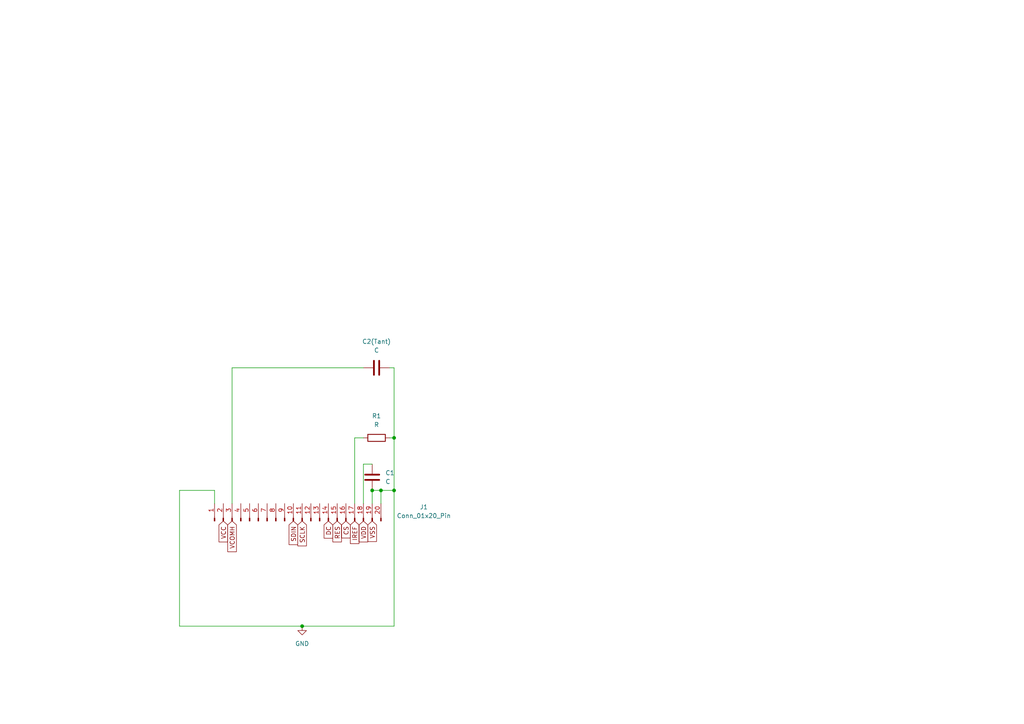
<source format=kicad_sch>
(kicad_sch (version 20250114) (generator "eeschema") (generator_version "9.0")
  (paper "A4")
  (lib_symbols
    (symbol "Connector:Conn_01x20_Pin" (pin_names (offset 1.016) (hide yes))
      (property "Reference" "J" (at 0 25.4 0))
      (property "Value" "Conn_01x20_Pin" (at 0 -27.94 0))
      (symbol "Conn_01x20_Pin_1_1"
        (rectangle (start 0.8636 22.987) (end 0 22.733) (stroke (width 0.1524)) (fill (type outline)))
        (rectangle (start 0.8636 20.447) (end 0 20.193) (stroke (width 0.1524)) (fill (type outline)))
        (rectangle (start 0.8636 17.907) (end 0 17.653) (stroke (width 0.1524)) (fill (type outline)))
        (rectangle (start 0.8636 15.367) (end 0 15.113) (stroke (width 0.1524)) (fill (type outline)))
        (rectangle (start 0.8636 12.827) (end 0 12.573) (stroke (width 0.1524)) (fill (type outline)))
        (rectangle (start 0.8636 10.287) (end 0 10.033) (stroke (width 0.1524)) (fill (type outline)))
        (rectangle (start 0.8636 7.747) (end 0 7.493) (stroke (width 0.1524)) (fill (type outline)))
        (rectangle (start 0.8636 5.207) (end 0 4.953) (stroke (width 0.1524)) (fill (type outline)))
        (rectangle (start 0.8636 2.667) (end 0 2.413) (stroke (width 0.1524)) (fill (type outline)))
        (rectangle (start 0.8636 0.127) (end 0 -0.127) (stroke (width 0.1524)) (fill (type outline)))
        (rectangle (start 0.8636 -2.413) (end 0 -2.667) (stroke (width 0.1524)) (fill (type outline)))
        (rectangle (start 0.8636 -4.953) (end 0 -5.207) (stroke (width 0.1524)) (fill (type outline)))
        (rectangle (start 0.8636 -7.493) (end 0 -7.747) (stroke (width 0.1524)) (fill (type outline)))
        (rectangle (start 0.8636 -10.033) (end 0 -10.287) (stroke (width 0.1524)) (fill (type outline)))
        (rectangle (start 0.8636 -12.573) (end 0 -12.827) (stroke (width 0.1524)) (fill (type outline)))
        (rectangle (start 0.8636 -15.113) (end 0 -15.367) (stroke (width 0.1524)) (fill (type outline)))
        (rectangle (start 0.8636 -17.653) (end 0 -17.907) (stroke (width 0.1524)) (fill (type outline)))
        (rectangle (start 0.8636 -20.193) (end 0 -20.447) (stroke (width 0.1524)) (fill (type outline)))
        (rectangle (start 0.8636 -22.733) (end 0 -22.987) (stroke (width 0.1524)) (fill (type outline)))
        (rectangle (start 0.8636 -25.273) (end 0 -25.527) (stroke (width 0.1524)) (fill (type outline)))
        (polyline (pts (xy 1.27 22.86) (xy 0.8636 22.86)) (stroke (width 0.1524)))
        (polyline (pts (xy 1.27 20.32) (xy 0.8636 20.32)) (stroke (width 0.1524)))
        (polyline (pts (xy 1.27 17.78) (xy 0.8636 17.78)) (stroke (width 0.1524)))
        (polyline (pts (xy 1.27 15.24) (xy 0.8636 15.24)) (stroke (width 0.1524)))
        (polyline (pts (xy 1.27 12.7) (xy 0.8636 12.7)) (stroke (width 0.1524)))
        (polyline (pts (xy 1.27 10.16) (xy 0.8636 10.16)) (stroke (width 0.1524)))
        (polyline (pts (xy 1.27 7.62) (xy 0.8636 7.62)) (stroke (width 0.1524)))
        (polyline (pts (xy 1.27 5.08) (xy 0.8636 5.08)) (stroke (width 0.1524)))
        (polyline (pts (xy 1.27 2.54) (xy 0.8636 2.54)) (stroke (width 0.1524)))
        (polyline (pts (xy 1.27 0) (xy 0.8636 0)) (stroke (width 0.1524)))
        (polyline (pts (xy 1.27 -2.54) (xy 0.8636 -2.54)) (stroke (width 0.1524)))
        (polyline (pts (xy 1.27 -5.08) (xy 0.8636 -5.08)) (stroke (width 0.1524)))
        (polyline (pts (xy 1.27 -7.62) (xy 0.8636 -7.62)) (stroke (width 0.1524)))
        (polyline (pts (xy 1.27 -10.16) (xy 0.8636 -10.16)) (stroke (width 0.1524)))
        (polyline (pts (xy 1.27 -12.7) (xy 0.8636 -12.7)) (stroke (width 0.1524)))
        (polyline (pts (xy 1.27 -15.24) (xy 0.8636 -15.24)) (stroke (width 0.1524)))
        (polyline (pts (xy 1.27 -17.78) (xy 0.8636 -17.78)) (stroke (width 0.1524)))
        (polyline (pts (xy 1.27 -20.32) (xy 0.8636 -20.32)) (stroke (width 0.1524)))
        (polyline (pts (xy 1.27 -22.86) (xy 0.8636 -22.86)) (stroke (width 0.1524)))
        (polyline (pts (xy 1.27 -25.4) (xy 0.8636 -25.4)) (stroke (width 0.1524)))
        (pin passive line (at 5.08 22.86 180) (length 3.81) (name "Pin_1") (number "1"))
        (pin passive line (at 5.08 20.32 180) (length 3.81) (name "Pin_2") (number "2"))
        (pin passive line (at 5.08 17.78 180) (length 3.81) (name "Pin_3") (number "3"))
        (pin passive line (at 5.08 15.24 180) (length 3.81) (name "Pin_4") (number "4"))
        (pin passive line (at 5.08 12.7 180) (length 3.81) (name "Pin_5") (number "5"))
        (pin passive line (at 5.08 10.16 180) (length 3.81) (name "Pin_6") (number "6"))
        (pin passive line (at 5.08 7.62 180) (length 3.81) (name "Pin_7") (number "7"))
        (pin passive line (at 5.08 5.08 180) (length 3.81) (name "Pin_8") (number "8"))
        (pin passive line (at 5.08 2.54 180) (length 3.81) (name "Pin_9") (number "9"))
        (pin passive line (at 5.08 0 180) (length 3.81) (name "Pin_10") (number "10"))
        (pin passive line (at 5.08 -2.54 180) (length 3.81) (name "Pin_11") (number "11"))
        (pin passive line (at 5.08 -5.08 180) (length 3.81) (name "Pin_12") (number "12"))
        (pin passive line (at 5.08 -7.62 180) (length 3.81) (name "Pin_13") (number "13"))
        (pin passive line (at 5.08 -10.16 180) (length 3.81) (name "Pin_14") (number "14"))
        (pin passive line (at 5.08 -12.7 180) (length 3.81) (name "Pin_15") (number "15"))
        (pin passive line (at 5.08 -15.24 180) (length 3.81) (name "Pin_16") (number "16"))
        (pin passive line (at 5.08 -17.78 180) (length 3.81) (name "Pin_17") (number "17"))
        (pin passive line (at 5.08 -20.32 180) (length 3.81) (name "Pin_18") (number "18"))
        (pin passive line (at 5.08 -22.86 180) (length 3.81) (name "Pin_19") (number "19"))
        (pin passive line (at 5.08 -25.4 180) (length 3.81) (name "Pin_20") (number "20"))
      )
    )
    (symbol "Device:C" (pin_numbers (hide yes)) (pin_names (offset 0.254))
      (property "Reference" "C" (at 0.635 2.54 0))
      (property "Value" "C" (at 0.635 -2.54 0))
      (symbol "C_0_1"
        (polyline (pts (xy -2.032 0.762) (xy 2.032 0.762)) (stroke (width 0.508)))
        (polyline (pts (xy -2.032 -0.762) (xy 2.032 -0.762)) (stroke (width 0.508)))
      )
      (symbol "C_1_1"
        (pin passive line (at 0 3.81 270) (length 2.794) (name "~") (number "1"))
        (pin passive line (at 0 -3.81 90) (length 2.794) (name "~") (number "2"))
      )
    )
    (symbol "Device:R" (pin_numbers (hide yes)) (pin_names (offset 0))
      (property "Reference" "R" (at 2.032 0 90))
      (property "Value" "R" (at 0 0 90))
      (symbol "R_0_1"
        (rectangle (start -1.016 -2.54) (end 1.016 2.54) (stroke (width 0.254)))
      )
      (symbol "R_1_1"
        (pin passive line (at 0 3.81 270) (length 1.27) (name "~") (number "1"))
        (pin passive line (at 0 -3.81 90) (length 1.27) (name "~") (number "2"))
      )
    )
    (symbol "power:GND" (power) (pin_numbers (hide yes)) (pin_names (offset 0) (hide yes))
      (property "Value" "GND" (at 0 -3.81 0))
      (symbol "GND_0_1"
        (polyline (pts (xy 0 0) (xy 0 -1.27) (xy 1.27 -1.27) (xy 0 -2.54) (xy -1.27 -1.27) (xy 0 -1.27)))
      )
      (symbol "GND_1_1"
        (pin power_in line (at 0 0 270) (length 0) (name "~") (number "1"))
      )
    )
  )
  (junction (at 110.49 142.24))
  (junction (at 114.3 127))
  (junction (at 114.3 142.24))
  (junction (at 107.95 142.24))
  (junction (at 87.63 181.61))
  (wire (pts (xy 67.31 106.68) (xy 67.31 146.05)))
  (wire (pts (xy 62.23 142.24) (xy 52.07 142.24)))
  (wire (pts (xy 113.03 127) (xy 114.3 127)))
  (wire (pts (xy 110.49 142.24) (xy 114.3 142.24)))
  (wire (pts (xy 107.95 142.24) (xy 110.49 142.24)))
  (wire (pts (xy 105.41 146.05) (xy 105.41 134.62)))
  (wire (pts (xy 114.3 127) (xy 114.3 106.68)))
  (wire (pts (xy 52.07 142.24) (xy 52.07 181.61)))
  (wire (pts (xy 105.41 134.62) (xy 107.95 134.62)))
  (wire (pts (xy 114.3 106.68) (xy 113.03 106.68)))
  (wire (pts (xy 105.41 106.68) (xy 67.31 106.68)))
  (wire (pts (xy 110.49 146.05) (xy 110.49 142.24)))
  (wire (pts (xy 114.3 127) (xy 114.3 142.24)))
  (wire (pts (xy 107.95 146.05) (xy 107.95 142.24)))
  (wire (pts (xy 62.23 146.05) (xy 62.23 142.24)))
  (wire (pts (xy 52.07 181.61) (xy 87.63 181.61)))
  (wire (pts (xy 102.87 127) (xy 102.87 146.05)))
  (wire (pts (xy 105.41 127) (xy 102.87 127)))
  (wire (pts (xy 114.3 181.61) (xy 87.63 181.61)))
  (wire (pts (xy 114.3 142.24) (xy 114.3 181.61)))
  (global_label "DC" (shape input) (at 95.25 151.13 270) (property "Intersheetrefs" "${INTERSHEET_REFS}" (effects (hide yes))))
  (global_label "VCC" (shape input) (at 64.77 151.13 270) (property "Intersheetrefs" "${INTERSHEET_REFS}" (effects (hide yes))))
  (global_label "CS" (shape input) (at 100.33 151.13 270) (property "Intersheetrefs" "${INTERSHEET_REFS}" (effects (hide yes))))
  (global_label "RES" (shape input) (at 97.79 151.13 270) (property "Intersheetrefs" "${INTERSHEET_REFS}" (effects (hide yes))))
  (global_label "SDIN" (shape input) (at 85.09 151.13 270) (property "Intersheetrefs" "${INTERSHEET_REFS}" (effects (hide yes))))
  (global_label "VCOMH" (shape input) (at 67.31 151.13 270) (property "Intersheetrefs" "${INTERSHEET_REFS}" (effects (hide yes))))
  (global_label "VSS" (shape input) (at 107.95 151.13 270) (property "Intersheetrefs" "${INTERSHEET_REFS}" (effects (hide yes))))
  (global_label "VDD" (shape input) (at 105.41 151.13 270) (property "Intersheetrefs" "${INTERSHEET_REFS}" (effects (hide yes))))
  (global_label "IREF" (shape input) (at 102.87 151.13 270) (property "Intersheetrefs" "${INTERSHEET_REFS}" (effects (hide yes))))
  (global_label "SCLK" (shape input) (at 87.63 151.13 270) (property "Intersheetrefs" "${INTERSHEET_REFS}" (effects (hide yes))))
  (symbol (lib_id "Device:C") (at 109.22 106.68 270) (unit 1)
    (property "Reference" "C2(Tant)" (at 109.22 99.06 90))
    (property "Value" "C" (at 109.22 101.6 90))
    (property "Description" "Unpolarized capacitor" (effects (hide yes)))
  )
  (symbol (lib_id "Device:C") (at 107.95 138.43 0) (unit 1)
    (property "Reference" "C1" (at 111.76 137.1599 0) (effects (justify left)))
    (property "Value" "C" (at 111.76 139.6999 0) (effects (justify left)))
    (property "Description" "Unpolarized capacitor" (effects (hide yes)))
  )
  (symbol (lib_id "Connector:Conn_01x20_Pin") (at 85.09 151.13 90) (unit 1)
    (property "Reference" "J1" (at 122.936 147.066 90))
    (property "Value" "Conn_01x20_Pin" (at 122.936 149.606 90))
    (property "Description" "Generic connector, single row, 01x20, script generated" (effects (hide yes)))
  )
  (symbol (lib_id "power:GND") (at 87.63 181.61 0) (unit 1)
    (property "Reference" "#PWR01" (effects (hide yes)))
    (property "Value" "GND" (at 87.63 186.69 0))
    (property "Description" "Power symbol creates a global label with name \"GND\" , ground" (effects (hide yes)))
  )
  (symbol (lib_id "Device:R") (at 109.22 127 90) (unit 1)
    (property "Reference" "R1" (at 109.22 120.65 90))
    (property "Value" "R" (at 109.22 123.19 90))
    (property "Description" "Resistor" (effects (hide yes)))
  )
)
</source>
